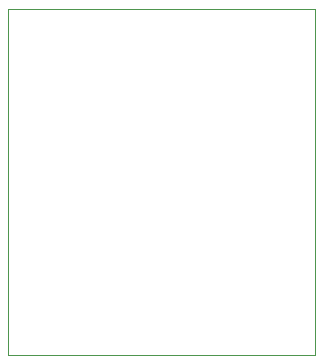
<source format=gm1>
G04 #@! TF.GenerationSoftware,KiCad,Pcbnew,(6.0.11)*
G04 #@! TF.CreationDate,2025-06-06T09:56:58+01:00*
G04 #@! TF.ProjectId,PCB_Dongle_Linky,5043425f-446f-46e6-976c-655f4c696e6b,rev?*
G04 #@! TF.SameCoordinates,Original*
G04 #@! TF.FileFunction,Profile,NP*
%FSLAX46Y46*%
G04 Gerber Fmt 4.6, Leading zero omitted, Abs format (unit mm)*
G04 Created by KiCad (PCBNEW (6.0.11)) date 2025-06-06 09:56:58*
%MOMM*%
%LPD*%
G01*
G04 APERTURE LIST*
G04 #@! TA.AperFunction,Profile*
%ADD10C,0.100000*%
G04 #@! TD*
G04 APERTURE END LIST*
D10*
X18250000Y-102100000D02*
X44200000Y-102100000D01*
X44200000Y-102100000D02*
X44200000Y-131351615D01*
X44200000Y-131351615D02*
X18250000Y-131351615D01*
X18250000Y-131351615D02*
X18250000Y-102100000D01*
M02*

</source>
